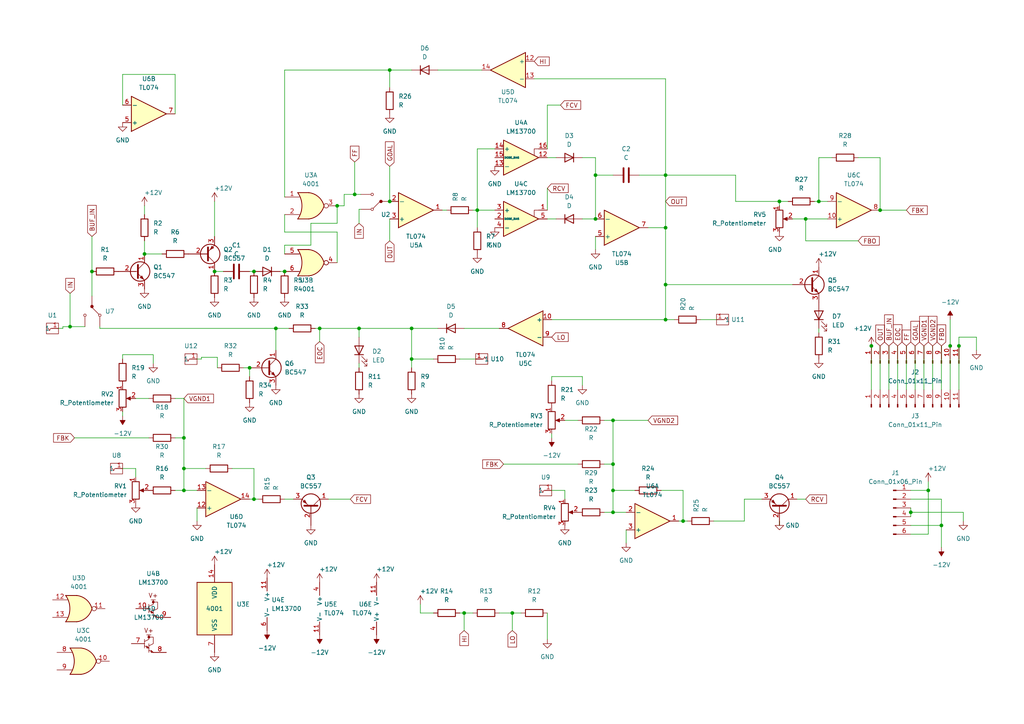
<source format=kicad_sch>
(kicad_sch (version 20230121) (generator eeschema)
  (paper "A4")
  (lib_symbols
    (symbol "4xxx:4001" (pin_names (offset 1.016))
      (property "Reference" "U" (at 0 1.27 0))
      (property "Value" "4001" (at 0 -1.27 0))
      (symbol "4001_1_1"
        (pin input line (at -7.62 2.54 0) (length 4.318) (name "~") (number "1"))
        (pin input line (at -7.62 -2.54 0) (length 4.318) (name "~") (number "2"))
        (pin output inverted (at 7.62 0 180) (length 3.81) (name "~") (number "3"))
      )
      (symbol "4001_1_2"
        (pin input inverted (at -7.62 2.54 0) (length 3.81) (name "~") (number "1"))
        (pin input inverted (at -7.62 -2.54 0) (length 3.81) (name "~") (number "2"))
        (pin output line (at 7.62 0 180) (length 3.81) (name "~") (number "3"))
      )
      (symbol "4001_2_1"
        (pin output inverted (at 7.62 0 180) (length 3.81) (name "~") (number "4"))
        (pin input line (at -7.62 2.54 0) (length 4.318) (name "~") (number "5"))
        (pin input line (at -7.62 -2.54 0) (length 4.318) (name "~") (number "6"))
      )
      (symbol "4001_2_2"
        (pin output line (at 7.62 0 180) (length 3.81) (name "~") (number "4"))
        (pin input inverted (at -7.62 2.54 0) (length 3.81) (name "~") (number "5"))
        (pin input inverted (at -7.62 -2.54 0) (length 3.81) (name "~") (number "6"))
      )
      (symbol "4001_3_1"
        (pin output inverted (at 7.62 0 180) (length 3.81) (name "~") (number "10"))
        (pin input line (at -7.62 2.54 0) (length 4.318) (name "~") (number "8"))
        (pin input line (at -7.62 -2.54 0) (length 4.318) (name "~") (number "9"))
      )
      (symbol "4001_3_2"
        (pin output line (at 7.62 0 180) (length 3.81) (name "~") (number "10"))
        (pin input inverted (at -7.62 2.54 0) (length 3.81) (name "~") (number "8"))
        (pin input inverted (at -7.62 -2.54 0) (length 3.81) (name "~") (number "9"))
      )
      (symbol "4001_4_1"
        (pin output inverted (at 7.62 0 180) (length 3.81) (name "~") (number "11"))
        (pin input line (at -7.62 2.54 0) (length 4.318) (name "~") (number "12"))
        (pin input line (at -7.62 -2.54 0) (length 4.318) (name "~") (number "13"))
      )
      (symbol "4001_4_2"
        (pin output line (at 7.62 0 180) (length 3.81) (name "~") (number "11"))
        (pin input inverted (at -7.62 2.54 0) (length 3.81) (name "~") (number "12"))
        (pin input inverted (at -7.62 -2.54 0) (length 3.81) (name "~") (number "13"))
      )
      (symbol "4001_5_0"
        (pin power_in line (at 0 12.7 270) (length 5.08) (name "VDD") (number "14"))
        (pin power_in line (at 0 -12.7 90) (length 5.08) (name "VSS") (number "7"))
      )
    )
    (symbol "Amplifier_Operational:LM13700" (pin_names (offset 0.127))
      (property "Reference" "U" (at 3.81 5.08 0))
      (property "Value" "LM13700" (at 5.08 -5.08 0))
      (symbol "LM13700_1_1"
        (pin output line (at 7.62 0 180) (length 2.54) (name "~") (number "12"))
        (pin input line (at -7.62 2.54 0) (length 2.54) (name "-") (number "13"))
        (pin input line (at -7.62 -2.54 0) (length 2.54) (name "+") (number "14"))
        (pin input line (at -7.62 0 0) (length 2.54) (name "DIODE_BIAS") (number "15"))
        (pin input line (at 7.62 -2.54 180) (length 2.54) (name "~") (number "16"))
      )
      (symbol "LM13700_2_1"
        (text "V+" (at -2.54 3.81 0) (effects (font (size 1.27 1.27))))
        (pin input line (at -7.62 0 0) (length 3.81) (name "~") (number "10"))
        (pin output line (at 2.54 -2.54 180) (length 3.81) (name "~") (number "9"))
      )
      (symbol "LM13700_3_1"
        (pin input line (at 7.62 -2.54 180) (length 2.54) (name "~") (number "1"))
        (pin input line (at -7.62 0 0) (length 2.54) (name "DIODE_BIAS") (number "2"))
        (pin input line (at -7.62 -2.54 0) (length 2.54) (name "+") (number "3"))
        (pin input line (at -7.62 2.54 0) (length 2.54) (name "-") (number "4"))
        (pin output line (at 7.62 0 180) (length 2.54) (name "~") (number "5"))
      )
      (symbol "LM13700_4_0"
        (text "V+" (at -2.54 3.81 0) (effects (font (size 1.27 1.27))))
      )
      (symbol "LM13700_4_1"
        (pin input line (at -7.62 0 0) (length 3.81) (name "~") (number "7"))
        (pin output line (at 2.54 -2.54 180) (length 3.81) (name "~") (number "8"))
      )
      (symbol "LM13700_5_1"
        (pin power_in line (at -2.54 7.62 270) (length 3.81) (name "V+") (number "11"))
        (pin power_in line (at -2.54 -7.62 90) (length 3.81) (name "V-") (number "6"))
      )
    )
    (symbol "Amplifier_Operational:TL074" (pin_names (offset 0.127))
      (property "Reference" "U" (at 0 5.08 0))
      (property "Value" "TL074" (at 0 -5.08 0))
      (symbol "TL074_1_1"
        (pin output line (at 7.62 0 180) (length 2.54) (name "~") (number "1"))
        (pin input line (at -7.62 -2.54 0) (length 2.54) (name "-") (number "2"))
        (pin input line (at -7.62 2.54 0) (length 2.54) (name "+") (number "3"))
      )
      (symbol "TL074_2_1"
        (pin input line (at -7.62 2.54 0) (length 2.54) (name "+") (number "5"))
        (pin input line (at -7.62 -2.54 0) (length 2.54) (name "-") (number "6"))
        (pin output line (at 7.62 0 180) (length 2.54) (name "~") (number "7"))
      )
      (symbol "TL074_3_1"
        (pin input line (at -7.62 2.54 0) (length 2.54) (name "+") (number "10"))
        (pin output line (at 7.62 0 180) (length 2.54) (name "~") (number "8"))
        (pin input line (at -7.62 -2.54 0) (length 2.54) (name "-") (number "9"))
      )
      (symbol "TL074_4_1"
        (pin input line (at -7.62 2.54 0) (length 2.54) (name "+") (number "12"))
        (pin input line (at -7.62 -2.54 0) (length 2.54) (name "-") (number "13"))
        (pin output line (at 7.62 0 180) (length 2.54) (name "~") (number "14"))
      )
      (symbol "TL074_5_1"
        (pin power_in line (at -2.54 -7.62 90) (length 3.81) (name "V-") (number "11"))
        (pin power_in line (at -2.54 7.62 270) (length 3.81) (name "V+") (number "4"))
      )
    )
    (symbol "Connector:Conn_01x06_Pin" (pin_names (offset 1.016) hide)
      (property "Reference" "J" (at 0 7.62 0))
      (property "Value" "Conn_01x06_Pin" (at 0 -10.16 0))
      (symbol "Conn_01x06_Pin_1_1"
        (pin passive line (at 5.08 5.08 180) (length 3.81) (name "Pin_1") (number "1"))
        (pin passive line (at 5.08 2.54 180) (length 3.81) (name "Pin_2") (number "2"))
        (pin passive line (at 5.08 0 180) (length 3.81) (name "Pin_3") (number "3"))
        (pin passive line (at 5.08 -2.54 180) (length 3.81) (name "Pin_4") (number "4"))
        (pin passive line (at 5.08 -5.08 180) (length 3.81) (name "Pin_5") (number "5"))
        (pin passive line (at 5.08 -7.62 180) (length 3.81) (name "Pin_6") (number "6"))
      )
    )
    (symbol "Connector:Conn_01x11_Pin" (pin_names (offset 1.016) hide)
      (property "Reference" "J" (at 0 15.24 0))
      (property "Value" "Conn_01x11_Pin" (at 0 -15.24 0))
      (symbol "Conn_01x11_Pin_1_1"
        (pin passive line (at 5.08 12.7 180) (length 3.81) (name "Pin_1") (number "1"))
        (pin passive line (at 5.08 -10.16 180) (length 3.81) (name "Pin_10") (number "10"))
        (pin passive line (at 5.08 -12.7 180) (length 3.81) (name "Pin_11") (number "11"))
        (pin passive line (at 5.08 10.16 180) (length 3.81) (name "Pin_2") (number "2"))
        (pin passive line (at 5.08 7.62 180) (length 3.81) (name "Pin_3") (number "3"))
        (pin passive line (at 5.08 5.08 180) (length 3.81) (name "Pin_4") (number "4"))
        (pin passive line (at 5.08 2.54 180) (length 3.81) (name "Pin_5") (number "5"))
        (pin passive line (at 5.08 0 180) (length 3.81) (name "Pin_6") (number "6"))
        (pin passive line (at 5.08 -2.54 180) (length 3.81) (name "Pin_7") (number "7"))
        (pin passive line (at 5.08 -5.08 180) (length 3.81) (name "Pin_8") (number "8"))
        (pin passive line (at 5.08 -7.62 180) (length 3.81) (name "Pin_9") (number "9"))
      )
    )
    (symbol "Device:C" (pin_numbers hide) (pin_names (offset 0.254))
      (property "Reference" "C" (at 0.635 2.54 0))
      (property "Value" "C" (at 0.635 -2.54 0))
      (symbol "C_1_1"
        (pin passive line (at 0 3.81 270) (length 2.794) (name "~") (number "1"))
        (pin passive line (at 0 -3.81 90) (length 2.794) (name "~") (number "2"))
      )
    )
    (symbol "Device:D" (pin_numbers hide) (pin_names (offset 1.016) hide)
      (property "Reference" "D" (at 0 2.54 0))
      (property "Value" "D" (at 0 -2.54 0))
      (symbol "D_1_1"
        (pin passive line (at -3.81 0 0) (length 2.54) (name "K") (number "1"))
        (pin passive line (at 3.81 0 180) (length 2.54) (name "A") (number "2"))
      )
    )
    (symbol "Device:LED" (pin_numbers hide) (pin_names (offset 1.016) hide)
      (property "Reference" "D" (at 0 2.54 0))
      (property "Value" "LED" (at 0 -2.54 0))
      (symbol "LED_1_1"
        (pin passive line (at -3.81 0 0) (length 2.54) (name "K") (number "1"))
        (pin passive line (at 3.81 0 180) (length 2.54) (name "A") (number "2"))
      )
    )
    (symbol "Device:R" (pin_numbers hide) (pin_names (offset 0))
      (property "Reference" "R" (at 2.032 0 90))
      (property "Value" "R" (at 0 0 90))
      (symbol "R_1_1"
        (pin passive line (at 0 3.81 270) (length 1.27) (name "~") (number "1"))
        (pin passive line (at 0 -3.81 90) (length 1.27) (name "~") (number "2"))
      )
    )
    (symbol "Device:R_Potentiometer" (pin_names (offset 1.016) hide)
      (property "Reference" "RV" (at -4.445 0 90))
      (property "Value" "R_Potentiometer" (at -2.54 0 90))
      (symbol "R_Potentiometer_1_1"
        (pin passive line (at 0 3.81 270) (length 1.27) (name "1") (number "1"))
        (pin passive line (at 3.81 0 180) (length 1.27) (name "2") (number "2"))
        (pin passive line (at 0 -3.81 90) (length 1.27) (name "3") (number "3"))
      )
    )
    (symbol "HEJ:Aux_flush"
      (property "Reference" "U" (at -0.0508 5.3848 0))
      (symbol "Aux_flush_1_1"
        (pin bidirectional line (at 1.7272 0 180) (length 2) (name "1") (number "1"))
      )
    )
    (symbol "HEJ:Switch"
      (property "Reference" "U" (at 0 4.318 0))
      (property "Value" "Switch" (at 0 -6.096 0))
      (symbol "Switch_1_1"
        (pin input line (at 5.842 2.286 180) (length 2.54) hide (name "1") (number "1"))
        (pin input line (at -3.048 0 0) (length 2.54) hide (name "2") (number "2"))
        (pin input line (at 5.842 -2.032 180) (length 2.54) hide (name "3") (number "3"))
      )
    )
    (symbol "Transistor_BJT:BC547" (pin_names (offset 0) hide)
      (property "Reference" "Q" (at 5.08 1.905 0))
      (property "Value" "BC547" (at 5.08 0 0))
      (symbol "BC547_1_1"
        (pin passive line (at 2.54 5.08 270) (length 2.54) (name "C") (number "1"))
        (pin input line (at -5.08 0 0) (length 5.08) (name "B") (number "2"))
        (pin passive line (at 2.54 -5.08 90) (length 2.54) (name "E") (number "3"))
      )
    )
    (symbol "Transistor_BJT:BC557" (pin_names (offset 0) hide)
      (property "Reference" "Q" (at 5.08 1.905 0))
      (property "Value" "BC557" (at 5.08 0 0))
      (symbol "BC557_1_1"
        (pin passive line (at 2.54 5.08 270) (length 2.54) (name "C") (number "1"))
        (pin input line (at -5.08 0 0) (length 5.715) (name "B") (number "2"))
        (pin passive line (at 2.54 -5.08 90) (length 2.54) (name "E") (number "3"))
      )
    )
    (symbol "power:+12V" (power) (pin_names (offset 0))
      (property "Value" "+12V" (at 0 3.556 0))
      (symbol "+12V_1_1"
        (pin power_in line (at 0 0 90) (length 0) hide (name "+12V") (number "1"))
      )
    )
    (symbol "power:-12V" (power) (pin_names (offset 0))
      (property "Value" "-12V" (at 0 3.81 0))
      (symbol "-12V_0_0"
        (pin power_in line (at 0 0 90) (length 0) hide (name "-12V") (number "1"))
      )
    )
    (symbol "power:GND" (power) (pin_names (offset 0))
      (property "Value" "GND" (at 0 -3.81 0))
      (symbol "GND_1_1"
        (pin power_in line (at 0 0 270) (length 0) hide (name "GND") (number "1"))
      )
    )
  )
  (junction (at 193.04 92.71))
  (junction (at 237.49 58.42))
  (junction (at 138.43 60.96))
  (junction (at 193.04 66.04))
  (junction (at 273.05 152.4))
  (junction (at 148.59 177.8))
  (junction (at 269.24 142.24))
  (junction (at 177.8 121.92))
  (junction (at 26.67 78.74))
  (junction (at 62.23 78.74))
  (junction (at 73.66 144.78))
  (junction (at 119.38 95.25))
  (junction (at 134.62 177.8))
  (junction (at 172.72 50.8))
  (junction (at 80.01 95.25))
  (junction (at 278.13 100.33))
  (junction (at 198.12 151.13))
  (junction (at 233.68 63.5))
  (junction (at 20.32 94.742))
  (junction (at 53.34 142.24))
  (junction (at 226.06 58.42))
  (junction (at 53.34 127))
  (junction (at 41.91 73.66))
  (junction (at 172.72 63.5))
  (junction (at 73.66 78.74))
  (junction (at 177.8 148.59))
  (junction (at 252.73 100.33))
  (junction (at 113.03 20.32))
  (junction (at 113.03 58.42))
  (junction (at 177.8 142.24))
  (junction (at 102.87 56.388))
  (junction (at 53.34 135.89))
  (junction (at 104.14 95.25))
  (junction (at 193.04 50.8))
  (junction (at 255.27 60.96))
  (junction (at 82.55 78.74))
  (junction (at 92.71 95.25))
  (junction (at 264.16 148.59))
  (junction (at 193.04 82.55))
  (junction (at 275.59 100.33))
  (junction (at 72.39 106.68))
  (junction (at 97.79 59.69))
  (junction (at 177.8 134.62))
  (junction (at 119.38 104.14))
  (wire (pts (xy 53.34 142.24) (xy 57.15 142.24)))
  (wire (pts (xy 80.01 95.25) (xy 80.01 101.6)))
  (wire (pts (xy 28.956 95.25) (xy 80.01 95.25)))
  (wire (pts (xy 265.43 100.33) (xy 265.43 113.03)))
  (wire (pts (xy 92.71 99.06) (xy 92.71 95.25)))
  (wire (pts (xy 172.72 63.5) (xy 168.91 63.5)))
  (wire (pts (xy 163.83 144.78) (xy 163.83 142.24)))
  (wire (pts (xy 102.87 56.388) (xy 104.648 56.388)))
  (wire (pts (xy 144.78 177.8) (xy 148.59 177.8)))
  (wire (pts (xy 269.24 142.24) (xy 269.24 154.94)))
  (wire (pts (xy 198.12 151.13) (xy 199.39 151.13)))
  (wire (pts (xy 92.71 95.25) (xy 104.14 95.25)))
  (wire (pts (xy 138.43 60.96) (xy 143.51 60.96)))
  (wire (pts (xy 18.2372 94.742) (xy 20.32 94.742)))
  (wire (pts (xy 35.56 102.87) (xy 35.56 104.14)))
  (wire (pts (xy 255.27 60.96) (xy 262.89 60.96)))
  (wire (pts (xy 148.59 177.8) (xy 151.13 177.8)))
  (wire (pts (xy 185.42 50.8) (xy 193.04 50.8)))
  (wire (pts (xy 138.43 60.96) (xy 138.43 43.18)))
  (wire (pts (xy 264.16 148.59) (xy 264.16 149.86)))
  (wire (pts (xy 191.77 142.24) (xy 198.12 142.24)))
  (wire (pts (xy 198.12 142.24) (xy 198.12 151.13)))
  (wire (pts (xy 134.62 177.8) (xy 137.16 177.8)))
  (wire (pts (xy 44.45 102.87) (xy 35.56 102.87)))
  (wire (pts (xy 129.54 60.96) (xy 128.27 60.96)))
  (wire (pts (xy 72.39 144.78) (xy 73.66 144.78)))
  (wire (pts (xy 57.15 151.13) (xy 57.15 147.32)))
  (wire (pts (xy 160.02 125.73) (xy 160.02 127)))
  (wire (pts (xy 175.26 134.62) (xy 177.8 134.62)))
  (wire (pts (xy 104.14 60.706) (xy 104.648 60.706)))
  (wire (pts (xy 50.8 21.59) (xy 50.8 33.02)))
  (wire (pts (xy 20.32 85.09) (xy 20.32 94.742)))
  (wire (pts (xy 283.21 101.6) (xy 283.21 97.79)))
  (wire (pts (xy 203.2 92.71) (xy 207.8228 92.71)))
  (wire (pts (xy 275.59 100.33) (xy 275.59 113.03)))
  (wire (pts (xy 82.55 20.32) (xy 82.55 57.15)))
  (wire (pts (xy 113.03 20.32) (xy 113.03 25.4)))
  (wire (pts (xy 102.87 46.99) (xy 102.87 56.388)))
  (wire (pts (xy 275.59 92.71) (xy 275.59 100.33)))
  (wire (pts (xy 220.98 144.78) (xy 215.9 144.78)))
  (wire (pts (xy 146.05 134.62) (xy 167.64 134.62)))
  (wire (pts (xy 119.38 95.25) (xy 127 95.25)))
  (wire (pts (xy 177.8 134.62) (xy 177.8 142.24)))
  (wire (pts (xy 273.05 158.75) (xy 273.05 152.4)))
  (wire (pts (xy 172.72 63.5) (xy 172.72 50.8)))
  (wire (pts (xy 134.62 177.8) (xy 134.62 182.88)))
  (wire (pts (xy 177.8 121.92) (xy 175.26 121.92)))
  (wire (pts (xy 193.04 50.8) (xy 193.04 22.86)))
  (wire (pts (xy 168.91 109.22) (xy 160.02 109.22)))
  (wire (pts (xy 270.51 100.33) (xy 270.51 113.03)))
  (wire (pts (xy 264.16 148.59) (xy 279.4 148.59)))
  (wire (pts (xy 177.8 148.59) (xy 181.61 148.59)))
  (wire (pts (xy 39.37 135.89) (xy 35.56 135.89)))
  (wire (pts (xy 97.79 59.69) (xy 97.79 64.77)))
  (wire (pts (xy 104.14 105.41) (xy 104.14 106.68)))
  (wire (pts (xy 193.04 66.04) (xy 193.04 82.55)))
  (wire (pts (xy 81.28 78.74) (xy 82.55 78.74)))
  (wire (pts (xy 113.03 20.32) (xy 82.55 20.32)))
  (wire (pts (xy 113.03 63.5) (xy 113.03 69.85)))
  (wire (pts (xy 101.6 144.78) (xy 95.25 144.78)))
  (wire (pts (xy 91.44 95.25) (xy 92.71 95.25)))
  (wire (pts (xy 113.538 58.42) (xy 113.03 58.42)))
  (wire (pts (xy 283.21 97.79) (xy 278.13 97.79)))
  (wire (pts (xy 237.49 58.42) (xy 237.49 45.72)))
  (wire (pts (xy 138.43 43.18) (xy 143.51 43.18)))
  (wire (pts (xy 193.04 22.86) (xy 154.94 22.86)))
  (wire (pts (xy 158.75 177.8) (xy 158.75 185.42)))
  (wire (pts (xy 233.68 63.5) (xy 240.03 63.5)))
  (wire (pts (xy 160.02 109.22) (xy 160.02 110.49)))
  (wire (pts (xy 193.04 66.04) (xy 187.96 66.04)))
  (wire (pts (xy 73.66 135.89) (xy 73.66 144.78)))
  (wire (pts (xy 90.17 64.77) (xy 90.17 71.12)))
  (wire (pts (xy 255.27 100.33) (xy 255.27 113.03)))
  (wire (pts (xy 233.68 144.78) (xy 231.14 144.78)))
  (wire (pts (xy 193.04 50.8) (xy 193.04 66.04)))
  (wire (pts (xy 104.14 95.25) (xy 119.38 95.25)))
  (wire (pts (xy 158.75 30.48) (xy 158.75 43.18)))
  (wire (pts (xy 104.14 97.79) (xy 104.14 95.25)))
  (wire (pts (xy 50.8 142.24) (xy 53.34 142.24)))
  (wire (pts (xy 237.49 58.42) (xy 240.03 58.42)))
  (wire (pts (xy 260.35 100.33) (xy 260.35 113.03)))
  (wire (pts (xy 236.22 58.42) (xy 237.49 58.42)))
  (wire (pts (xy 269.24 154.94) (xy 264.16 154.94)))
  (wire (pts (xy 172.72 50.8) (xy 172.72 45.72)))
  (wire (pts (xy 39.37 138.43) (xy 39.37 135.89)))
  (wire (pts (xy 72.39 78.74) (xy 73.66 78.74)))
  (wire (pts (xy 233.68 69.85) (xy 233.68 63.5)))
  (wire (pts (xy 113.03 48.26) (xy 113.03 58.42)))
  (wire (pts (xy 172.72 45.72) (xy 168.91 45.72)))
  (wire (pts (xy 97.79 76.2) (xy 97.79 67.31)))
  (wire (pts (xy 119.38 104.14) (xy 119.38 106.68)))
  (wire (pts (xy 26.67 68.58) (xy 26.67 78.74)))
  (wire (pts (xy 163.83 121.92) (xy 167.64 121.92)))
  (wire (pts (xy 53.34 115.57) (xy 50.8 115.57)))
  (wire (pts (xy 119.38 95.25) (xy 119.38 104.14)))
  (wire (pts (xy 97.79 59.69) (xy 99.822 59.69)))
  (wire (pts (xy 53.34 135.89) (xy 53.34 142.24)))
  (wire (pts (xy 99.822 56.388) (xy 102.87 56.388)))
  (wire (pts (xy 53.34 127) (xy 53.34 135.89)))
  (wire (pts (xy 226.06 58.42) (xy 226.06 59.69)))
  (wire (pts (xy 62.23 58.42) (xy 62.23 68.58)))
  (wire (pts (xy 257.81 100.33) (xy 257.81 113.03)))
  (wire (pts (xy 35.56 30.48) (xy 35.56 21.59)))
  (wire (pts (xy 264.16 144.78) (xy 273.05 144.78)))
  (wire (pts (xy 237.49 45.72) (xy 241.3 45.72)))
  (wire (pts (xy 181.61 157.48) (xy 181.61 153.67)))
  (wire (pts (xy 67.31 135.89) (xy 73.66 135.89)))
  (wire (pts (xy 125.73 104.14) (xy 119.38 104.14)))
  (wire (pts (xy 264.16 152.4) (xy 273.05 152.4)))
  (wire (pts (xy 278.13 100.33) (xy 278.13 113.03)))
  (wire (pts (xy 163.83 142.24) (xy 160.02 142.24)))
  (wire (pts (xy 196.85 151.13) (xy 198.12 151.13)))
  (wire (pts (xy 72.39 106.68) (xy 72.39 109.22)))
  (wire (pts (xy 273.05 100.33) (xy 273.05 113.03)))
  (wire (pts (xy 41.91 73.66) (xy 46.99 73.66)))
  (wire (pts (xy 20.32 94.742) (xy 24.638 94.742)))
  (wire (pts (xy 82.55 67.31) (xy 82.55 62.23)))
  (wire (pts (xy 28.956 95.25) (xy 28.956 94.742)))
  (wire (pts (xy 99.822 59.69) (xy 99.822 56.388)))
  (wire (pts (xy 62.23 78.74) (xy 64.77 78.74)))
  (wire (pts (xy 70.6628 106.68) (xy 72.39 106.68)))
  (wire (pts (xy 162.56 30.48) (xy 158.75 30.48)))
  (wire (pts (xy 161.29 63.5) (xy 158.75 63.5)))
  (wire (pts (xy 255.27 45.72) (xy 248.92 45.72)))
  (wire (pts (xy 41.91 69.85) (xy 41.91 73.66)))
  (wire (pts (xy 97.79 67.31) (xy 82.55 67.31)))
  (wire (pts (xy 104.14 64.77) (xy 104.14 60.706)))
  (wire (pts (xy 16.9672 95.25) (xy 18.2372 95.25)))
  (wire (pts (xy 175.26 148.59) (xy 177.8 148.59)))
  (wire (pts (xy 267.97 100.33) (xy 267.97 113.03)))
  (wire (pts (xy 264.16 142.24) (xy 269.24 142.24)))
  (wire (pts (xy 229.87 63.5) (xy 233.68 63.5)))
  (wire (pts (xy 279.4 148.59) (xy 279.4 151.13)))
  (wire (pts (xy 177.8 142.24) (xy 184.15 142.24)))
  (wire (pts (xy 252.73 100.33) (xy 252.73 113.03)))
  (wire (pts (xy 213.36 58.42) (xy 226.06 58.42)))
  (wire (pts (xy 58.42 103.632) (xy 63.0428 103.632)))
  (wire (pts (xy 138.43 66.04) (xy 138.43 60.96)))
  (wire (pts (xy 269.24 139.7) (xy 269.24 142.24)))
  (wire (pts (xy 193.04 82.55) (xy 229.87 82.55)))
  (wire (pts (xy 119.38 20.32) (xy 113.03 20.32)))
  (wire (pts (xy 215.9 144.78) (xy 215.9 151.13)))
  (wire (pts (xy 144.78 95.25) (xy 134.62 95.25)))
  (wire (pts (xy 158.75 54.61) (xy 158.75 60.96)))
  (wire (pts (xy 139.7 20.32) (xy 127 20.32)))
  (wire (pts (xy 161.29 45.72) (xy 158.75 45.72)))
  (wire (pts (xy 195.58 92.71) (xy 193.04 92.71)))
  (wire (pts (xy 177.8 121.92) (xy 187.96 121.92)))
  (wire (pts (xy 90.17 71.12) (xy 82.55 71.12)))
  (wire (pts (xy 177.8 121.92) (xy 177.8 134.62)))
  (wire (pts (xy 168.91 111.76) (xy 168.91 109.22)))
  (wire (pts (xy 63.0428 106.68) (xy 63.0428 103.632)))
  (wire (pts (xy 35.56 21.59) (xy 50.8 21.59)))
  (wire (pts (xy 160.02 92.71) (xy 193.04 92.71)))
  (wire (pts (xy 26.67 78.74) (xy 26.67 85.852)))
  (wire (pts (xy 57.15 104.14) (xy 58.42 104.14)))
  (wire (pts (xy 228.6 58.42) (xy 226.06 58.42)))
  (wire (pts (xy 177.8 142.24) (xy 177.8 148.59)))
  (wire (pts (xy 121.92 175.26) (xy 121.92 177.8)))
  (wire (pts (xy 35.56 119.38) (xy 35.56 120.65)))
  (wire (pts (xy 41.91 59.69) (xy 41.91 62.23)))
  (wire (pts (xy 44.45 105.41) (xy 44.45 102.87)))
  (wire (pts (xy 213.36 50.8) (xy 193.04 50.8)))
  (wire (pts (xy 80.01 95.25) (xy 83.82 95.25)))
  (wire (pts (xy 82.55 144.78) (xy 85.09 144.78)))
  (wire (pts (xy 73.66 144.78) (xy 74.93 144.78)))
  (wire (pts (xy 18.2372 95.25) (xy 18.2372 94.742)))
  (wire (pts (xy 53.34 115.57) (xy 53.34 127)))
  (wire (pts (xy 273.05 144.78) (xy 273.05 152.4)))
  (wire (pts (xy 53.34 135.89) (xy 59.69 135.89)))
  (wire (pts (xy 262.89 100.33) (xy 262.89 113.03)))
  (wire (pts (xy 193.04 82.55) (xy 193.04 92.71)))
  (wire (pts (xy 237.49 95.25) (xy 237.49 96.52)))
  (wire (pts (xy 255.27 60.96) (xy 255.27 45.72)))
  (wire (pts (xy 133.35 177.8) (xy 134.62 177.8)))
  (wire (pts (xy 248.92 69.85) (xy 233.68 69.85)))
  (wire (pts (xy 121.92 177.8) (xy 125.73 177.8)))
  (wire (pts (xy 138.43 60.96) (xy 137.16 60.96)))
  (wire (pts (xy 82.55 71.12) (xy 82.55 73.66)))
  (wire (pts (xy 50.8 127) (xy 53.34 127)))
  (wire (pts (xy 213.36 58.42) (xy 213.36 50.8)))
  (wire (pts (xy 226.06 151.13) (xy 226.06 152.4)))
  (wire (pts (xy 172.72 68.58) (xy 172.72 72.39)))
  (wire (pts (xy 148.59 177.8) (xy 148.59 182.88)))
  (wire (pts (xy 172.72 50.8) (xy 177.8 50.8)))
  (wire (pts (xy 97.79 64.77) (xy 90.17 64.77)))
  (wire (pts (xy 58.42 104.14) (xy 58.42 103.632)))
  (wire (pts (xy 264.16 147.32) (xy 264.16 148.59)))
  (wire (pts (xy 278.13 97.79) (xy 278.13 100.33)))
  (wire (pts (xy 21.59 127) (xy 43.18 127)))
  (wire (pts (xy 39.37 115.57) (xy 43.18 115.57)))
  (wire (pts (xy 215.9 151.13) (xy 207.01 151.13)))
  (wire (pts (xy 133.35 104.14) (xy 137.9728 104.14)))
  (global_label "GOAL" (shape input) (at 113.03 48.26 90) (property "Intersheetrefs" "${INTERSHEET_REFS}" (effects hide)))
  (global_label "FBK" (shape input) (at 146.05 134.62 180) (property "Intersheetrefs" "${INTERSHEET_REFS}" (effects hide)))
  (global_label "FBO" (shape input) (at 273.05 100.33 90) (property "Intersheetrefs" "${INTERSHEET_REFS}" (effects hide)))
  (global_label "OUT" (shape input) (at 255.27 100.33 90) (property "Intersheetrefs" "${INTERSHEET_REFS}" (effects hide)))
  (global_label "HI" (shape input) (at 154.94 17.78 0) (property "Intersheetrefs" "${INTERSHEET_REFS}" (effects hide)))
  (global_label "LO" (shape input) (at 160.02 97.79 0) (property "Intersheetrefs" "${INTERSHEET_REFS}" (effects hide)))
  (global_label "BUF_IN" (shape input) (at 26.67 68.58 90) (property "Intersheetrefs" "${INTERSHEET_REFS}" (effects hide)))
  (global_label "FBK" (shape input) (at 262.89 60.96 0) (property "Intersheetrefs" "${INTERSHEET_REFS}" (effects hide)))
  (global_label "GOAL" (shape input) (at 265.43 100.33 90) (property "Intersheetrefs" "${INTERSHEET_REFS}" (effects hide)))
  (global_label "FCV" (shape input) (at 101.6 144.78 0) (property "Intersheetrefs" "${INTERSHEET_REFS}" (effects hide)))
  (global_label "HI" (shape input) (at 134.62 182.88 270) (property "Intersheetrefs" "${INTERSHEET_REFS}" (effects hide)))
  (global_label "FF" (shape input) (at 262.89 100.33 90) (property "Intersheetrefs" "${INTERSHEET_REFS}" (effects hide)))
  (global_label "BUF_IN" (shape input) (at 257.81 100.33 90) (property "Intersheetrefs" "${INTERSHEET_REFS}" (effects hide)))
  (global_label "VGND2" (shape input) (at 270.51 100.33 90) (property "Intersheetrefs" "${INTERSHEET_REFS}" (effects hide)))
  (global_label "FBK" (shape input) (at 21.59 127 180) (property "Intersheetrefs" "${INTERSHEET_REFS}" (effects hide)))
  (global_label "IN" (shape input) (at 104.14 64.77 270) (property "Intersheetrefs" "${INTERSHEET_REFS}" (effects hide)))
  (global_label "RCV" (shape input) (at 158.75 54.61 0) (property "Intersheetrefs" "${INTERSHEET_REFS}" (effects hide)))
  (global_label "OUT" (shape input) (at 113.03 69.85 270) (property "Intersheetrefs" "${INTERSHEET_REFS}" (effects hide)))
  (global_label "OUT" (shape input) (at 193.04 58.42 0) (property "Intersheetrefs" "${INTERSHEET_REFS}" (effects hide)))
  (global_label "EOC" (shape input) (at 260.35 100.33 90) (property "Intersheetrefs" "${INTERSHEET_REFS}" (effects hide)))
  (global_label "FBO" (shape input) (at 248.92 69.85 0) (property "Intersheetrefs" "${INTERSHEET_REFS}" (effects hide)))
  (global_label "IN" (shape input) (at 20.32 85.09 90) (property "Intersheetrefs" "${INTERSHEET_REFS}" (effects hide)))
  (global_label "FCV" (shape input) (at 162.56 30.48 0) (property "Intersheetrefs" "${INTERSHEET_REFS}" (effects hide)))
  (global_label "VGND2" (shape input) (at 187.96 121.92 0) (property "Intersheetrefs" "${INTERSHEET_REFS}" (effects hide)))
  (global_label "VGND1" (shape input) (at 53.34 115.57 0) (property "Intersheetrefs" "${INTERSHEET_REFS}" (effects hide)))
  (global_label "RCV" (shape input) (at 233.68 144.78 0) (property "Intersheetrefs" "${INTERSHEET_REFS}" (effects hide)))
  (global_label "EOC" (shape input) (at 92.71 99.06 270) (property "Intersheetrefs" "${INTERSHEET_REFS}" (effects hide)))
  (global_label "FF" (shape input) (at 102.87 46.99 90) (property "Intersheetrefs" "${INTERSHEET_REFS}" (effects hide)))
  (global_label "VGND1" (shape input) (at 267.97 100.33 90) (property "Intersheetrefs" "${INTERSHEET_REFS}" (effects hide)))
  (global_label "LO" (shape input) (at 148.59 182.88 270) (property "Intersheetrefs" "${INTERSHEET_REFS}" (effects hide)))
  (symbol (lib_id "power:-12V") (at 109.22 184.15 180) (unit 1)
    (property "Reference" "#PWR039" (effects hide))
    (property "Value" "-12V" (at 109.22 189.23 0))
  )
  (symbol (lib_id "Device:R") (at 133.35 60.96 90) (unit 1)
    (property "Reference" "R8" (at 132.0799 58.42 0) (effects (justify left)))
    (property "Value" "R" (at 134.6199 58.42 0) (effects (justify left)))
    (property "Footprint" "Resistor_THT:R_Axial_DIN0204_L3.6mm_D1.6mm_P7.62mm_Horizontal" (effects hide))
  )
  (symbol (lib_id "HEJ:Aux_flush") (at 15.24 95.25 0) (unit 1)
    (property "Reference" "U1" (at 15.2146 91.44 0))
    (property "Value" "Aux_flush" (effects hide))
    (property "Footprint" "Library:aux_flush" (effects hide))
  )
  (symbol (lib_id "Amplifier_Operational:TL074") (at 64.77 144.78 0) (mirror x) (unit 4)
    (property "Reference" "U6" (at 68.58 149.86 0))
    (property "Value" "TL074" (at 68.58 152.4 0))
    (property "Footprint" "Package_DIP:DIP-14_W7.62mm_Socket" (effects hide))
    (property "Datasheet" "http://www.ti.com/lit/ds/symlink/tl071.pdf" (effects hide))
  )
  (symbol (lib_id "power:-12V") (at 273.05 158.75 180) (unit 1)
    (property "Reference" "#PWR030" (effects hide))
    (property "Value" "-12V" (at 273.05 163.83 0))
  )
  (symbol (lib_id "Device:R") (at 63.5 135.89 90) (unit 1)
    (property "Reference" "R17" (at 63.5 129.54 90))
    (property "Value" "R" (at 63.5 132.08 90))
    (property "Footprint" "Resistor_THT:R_Axial_DIN0204_L3.6mm_D1.6mm_P7.62mm_Horizontal" (effects hide))
  )
  (symbol (lib_id "Device:R") (at 30.48 78.74 270) (unit 1)
    (property "Reference" "R1" (at 30.48 72.39 90))
    (property "Value" "R" (at 30.48 74.93 90))
    (property "Footprint" "Resistor_THT:R_Axial_DIN0204_L3.6mm_D1.6mm_P7.62mm_Horizontal" (effects hide))
  )
  (symbol (lib_id "Device:R") (at 237.49 100.33 0) (unit 1)
    (property "Reference" "R31" (at 240.03 99.0599 0) (effects (justify left)))
    (property "Value" "R" (at 240.03 101.5999 0) (effects (justify left)))
    (property "Footprint" "Resistor_THT:R_Axial_DIN0204_L3.6mm_D1.6mm_P7.62mm_Horizontal" (effects hide))
  )
  (symbol (lib_id "Transistor_BJT:BC547") (at 39.37 78.74 0) (unit 1)
    (property "Reference" "Q1" (at 44.45 77.4699 0) (effects (justify left)))
    (property "Value" "BC547" (at 44.45 80.0099 0) (effects (justify left)))
    (property "Footprint" "Package_TO_SOT_THT:TO-92_Inline_Wide" (effects hide))
    (property "Datasheet" "https://www.onsemi.com/pub/Collateral/BC550-D.pdf" (effects hide))
  )
  (symbol (lib_id "Transistor_BJT:BC547") (at 77.47 106.68 0) (unit 1)
    (property "Reference" "Q6" (at 82.55 105.4099 0) (effects (justify left)))
    (property "Value" "BC547" (at 82.55 107.9499 0) (effects (justify left)))
    (property "Footprint" "Package_TO_SOT_THT:TO-92_Inline_Wide" (effects hide))
    (property "Datasheet" "https://www.onsemi.com/pub/Collateral/BC550-D.pdf" (effects hide))
  )
  (symbol (lib_id "Device:R") (at 50.8 73.66 90) (unit 1)
    (property "Reference" "R6" (at 50.8 67.31 90))
    (property "Value" "R" (at 50.8 69.85 90))
    (property "Footprint" "Resistor_THT:R_Axial_DIN0204_L3.6mm_D1.6mm_P7.62mm_Horizontal" (effects hide))
  )
  (symbol (lib_id "Device:R") (at 66.8528 106.68 270) (unit 1)
    (property "Reference" "R32" (at 66.8528 100.33 90))
    (property "Value" "R" (at 66.8528 102.87 90))
    (property "Footprint" "Resistor_THT:R_Axial_DIN0204_L3.6mm_D1.6mm_P7.62mm_Horizontal" (effects hide))
  )
  (symbol (lib_id "Transistor_BJT:BC557") (at 59.69 73.66 0) (mirror x) (unit 1)
    (property "Reference" "Q2" (at 64.77 72.3899 0) (effects (justify left)))
    (property "Value" "BC557" (at 64.77 74.9299 0) (effects (justify left)))
    (property "Footprint" "Package_TO_SOT_THT:TO-92_Inline_Wide" (effects hide))
    (property "Datasheet" "https://www.onsemi.com/pub/Collateral/BC556BTA-D.pdf" (effects hide))
  )
  (symbol (lib_id "Device:R") (at 232.41 58.42 90) (unit 1)
    (property "Reference" "R27" (at 232.41 52.07 90))
    (property "Value" "R" (at 232.41 54.61 90))
    (property "Footprint" "Resistor_THT:R_Axial_DIN0204_L3.6mm_D1.6mm_P7.62mm_Horizontal" (effects hide))
  )
  (symbol (lib_id "power:GND") (at 168.91 111.76 0) (unit 1)
    (property "Reference" "#PWR022" (effects hide))
    (property "Value" "GND" (at 168.91 116.84 0))
  )
  (symbol (lib_id "Device:R") (at 46.99 115.57 90) (unit 1)
    (property "Reference" "R18" (at 46.99 118.11 90))
    (property "Value" "R" (at 46.99 120.65 90))
    (property "Footprint" "Resistor_THT:R_Axial_DIN0204_L3.6mm_D1.6mm_P7.62mm_Horizontal" (effects hide))
  )
  (symbol (lib_id "Device:R") (at 62.23 82.55 0) (unit 1)
    (property "Reference" "R3" (at 64.77 81.2799 0) (effects (justify left)))
    (property "Value" "R" (at 64.77 83.8199 0) (effects (justify left)))
    (property "Footprint" "Resistor_THT:R_Axial_DIN0204_L3.6mm_D1.6mm_P7.62mm_Horizontal" (effects hide))
  )
  (symbol (lib_id "power:+12V") (at 41.91 59.69 0) (unit 1)
    (property "Reference" "#PWR01" (effects hide))
    (property "Value" "+12V" (at 44.45 55.88 0))
  )
  (symbol (lib_id "Amplifier_Operational:TL074") (at 180.34 66.04 0) (mirror x) (unit 2)
    (property "Reference" "U5" (at 180.34 76.2 0))
    (property "Value" "TL074" (at 180.34 73.66 0))
    (property "Footprint" "Package_DIP:DIP-14_W7.62mm_Socket" (effects hide))
    (property "Datasheet" "http://www.ti.com/lit/ds/symlink/tl071.pdf" (effects hide))
  )
  (symbol (lib_id "Device:R") (at 87.63 95.25 270) (unit 1)
    (property "Reference" "R33" (at 87.63 88.9 90))
    (property "Value" "R" (at 87.63 91.44 90))
    (property "Footprint" "Resistor_THT:R_Axial_DIN0204_L3.6mm_D1.6mm_P7.62mm_Horizontal" (effects hide))
  )
  (symbol (lib_id "Device:C") (at 181.61 50.8 90) (unit 1)
    (property "Reference" "C2" (at 181.61 43.18 90))
    (property "Value" "C" (at 181.61 45.72 90))
    (property "Footprint" "Capacitor_THT:C_Axial_L5.1mm_D3.1mm_P12.50mm_Horizontal" (effects hide))
  )
  (symbol (lib_id "power:GND") (at 82.55 86.36 0) (unit 1)
    (property "Reference" "#PWR06" (effects hide))
    (property "Value" "GND" (at 82.55 91.44 0))
  )
  (symbol (lib_id "HEJ:Aux_flush") (at 55.4228 104.14 0) (unit 1)
    (property "Reference" "U12" (at 55.3974 100.33 0))
    (property "Value" "Aux_flush" (effects hide))
    (property "Footprint" "Library:aux_flush" (effects hide))
  )
  (symbol (lib_id "power:GND") (at 158.75 185.42 0) (unit 1)
    (property "Reference" "#PWR013" (effects hide))
    (property "Value" "GND" (at 158.75 190.5 0))
  )
  (symbol (lib_id "HEJ:Aux_flush") (at 139.7 104.14 180) (unit 1)
    (property "Reference" "U10" (at 142.24 104.1146 0) (effects (justify right)))
    (property "Value" "Aux_flush" (effects hide))
    (property "Footprint" "Library:aux_flush" (effects hide))
  )
  (symbol (lib_id "4xxx:4001") (at 22.86 176.53 0) (unit 4)
    (property "Reference" "U3" (at 22.86 167.64 0))
    (property "Value" "4001" (at 22.86 170.18 0))
    (property "Footprint" "Package_DIP:DIP-14_W7.62mm_Socket" (effects hide))
    (property "Datasheet" "http://www.intersil.com/content/dam/Intersil/documents/cd40/cd4000bms-01bms-02bms-25bms.pdf" (effects hide))
  )
  (symbol (lib_id "power:GND") (at 80.01 111.76 0) (unit 1)
    (property "Reference" "#PWR035" (effects hide))
    (property "Value" "GND" (at 80.01 116.84 0))
  )
  (symbol (lib_id "power:GND") (at 172.72 72.39 0) (unit 1)
    (property "Reference" "#PWR010" (effects hide))
    (property "Value" "GND" (at 172.72 77.47 0))
  )
  (symbol (lib_id "power:GND") (at 44.45 105.41 0) (unit 1)
    (property "Reference" "#PWR018" (effects hide))
    (property "Value" "GND" (at 44.45 110.49 0))
  )
  (symbol (lib_id "power:-12V") (at 77.47 182.88 180) (unit 1)
    (property "Reference" "#PWR037" (effects hide))
    (property "Value" "-12V" (at 77.47 187.96 0))
  )
  (symbol (lib_id "power:GND") (at 35.56 35.56 0) (unit 1)
    (property "Reference" "#PWR026" (effects hide))
    (property "Value" "GND" (at 35.56 40.64 0))
  )
  (symbol (lib_id "power:GND") (at 138.43 73.66 0) (unit 1)
    (property "Reference" "#PWR07" (effects hide))
    (property "Value" "GND" (at 138.43 78.74 0))
  )
  (symbol (lib_id "Device:LED") (at 104.14 101.6 90) (unit 1)
    (property "Reference" "D2" (at 107.95 101.9175 90) (effects (justify right)))
    (property "Value" "LED" (at 107.95 104.4575 90) (effects (justify right)))
    (property "Footprint" "LED_THT:LED_D3.0mm" (effects hide))
  )
  (symbol (lib_id "Device:R") (at 245.11 45.72 90) (unit 1)
    (property "Reference" "R28" (at 245.11 39.37 90))
    (property "Value" "R" (at 245.11 41.91 90))
    (property "Footprint" "Resistor_THT:R_Axial_DIN0204_L3.6mm_D1.6mm_P7.62mm_Horizontal" (effects hide))
  )
  (symbol (lib_id "Device:R") (at 104.14 110.49 0) (unit 1)
    (property "Reference" "R11" (at 106.68 109.2199 0) (effects (justify left)))
    (property "Value" "R" (at 106.68 111.7599 0) (effects (justify left)))
    (property "Footprint" "Resistor_THT:R_Axial_DIN0204_L3.6mm_D1.6mm_P7.62mm_Horizontal" (effects hide))
  )
  (symbol (lib_id "Device:R") (at 46.99 127 90) (unit 1)
    (property "Reference" "R30" (at 46.99 129.54 90))
    (property "Value" "R" (at 46.99 132.08 90))
    (property "Footprint" "Resistor_THT:R_Axial_DIN0204_L3.6mm_D1.6mm_P7.62mm_Horizontal" (effects hide))
  )
  (symbol (lib_id "Device:D") (at 77.47 78.74 180) (unit 1)
    (property "Reference" "D1" (at 77.47 72.39 0))
    (property "Value" "D" (at 77.47 74.93 0))
    (property "Footprint" "Diode_THT:D_A-405_P5.08mm_Vertical_AnodeUp" (effects hide))
  )
  (symbol (lib_id "power:GND") (at 237.49 104.14 0) (unit 1)
    (property "Reference" "#PWR028" (effects hide))
    (property "Value" "GND" (at 237.49 109.22 0))
  )
  (symbol (lib_id "Amplifier_Operational:TL074") (at 111.76 176.53 0) (mirror x) (unit 5)
    (property "Reference" "U6" (at 107.95 175.26 0) (effects (justify right)))
    (property "Value" "TL074" (at 107.95 177.8 0) (effects (justify right)))
    (property "Footprint" "Package_DIP:DIP-14_W7.62mm_Socket" (effects hide))
    (property "Datasheet" "http://www.ti.com/lit/ds/symlink/tl071.pdf" (effects hide))
  )
  (symbol (lib_id "Device:R") (at 82.55 82.55 0) (unit 1)
    (property "Reference" "R5" (at 85.09 81.2799 0) (effects (justify left)))
    (property "Value" "R" (at 85.09 83.8199 0) (effects (justify left)))
    (property "Footprint" "Resistor_THT:R_Axial_DIN0204_L3.6mm_D1.6mm_P7.62mm_Horizontal" (effects hide))
  )
  (symbol (lib_id "Device:R") (at 171.45 148.59 90) (unit 1)
    (property "Reference" "R23" (at 171.45 142.24 90))
    (property "Value" "R" (at 171.45 144.78 90))
    (property "Footprint" "Resistor_THT:R_Axial_DIN0204_L3.6mm_D1.6mm_P7.62mm_Horizontal" (effects hide))
  )
  (symbol (lib_id "power:+12V") (at 62.23 163.83 0) (unit 1)
    (property "Reference" "#PWR040" (effects hide))
    (property "Value" "+12V" (at 64.77 160.02 0))
  )
  (symbol (lib_id "Device:R_Potentiometer") (at 35.56 115.57 0) (unit 1)
    (property "Reference" "RV2" (at 33.02 114.3 0) (effects (justify right)))
    (property "Value" "R_Potentiometer" (at 33.02 116.84 0) (effects (justify right)))
    (property "Footprint" "Library:AlpsPot" (effects hide))
  )
  (symbol (lib_id "power:+12V") (at 77.47 167.64 0) (unit 1)
    (property "Reference" "#PWR041" (effects hide))
    (property "Value" "+12V" (at 80.01 163.83 0))
  )
  (symbol (lib_id "Amplifier_Operational:TL074") (at 247.65 60.96 0) (mirror x) (unit 3)
    (property "Reference" "U6" (at 247.65 50.8 0))
    (property "Value" "TL074" (at 247.65 53.34 0))
    (property "Footprint" "Package_DIP:DIP-14_W7.62mm_Socket" (effects hide))
    (property "Datasheet" "http://www.ti.com/lit/ds/symlink/tl071.pdf" (effects hide))
  )
  (symbol (lib_id "Device:R") (at 35.56 107.95 180) (unit 1)
    (property "Reference" "R19" (at 38.1 106.68 0) (effects (justify right)))
    (property "Value" "R" (at 38.1 109.22 0) (effects (justify right)))
    (property "Footprint" "Resistor_THT:R_Axial_DIN0204_L3.6mm_D1.6mm_P7.62mm_Horizontal" (effects hide))
  )
  (symbol (lib_id "HEJ:Aux_flush") (at 33.8328 135.89 0) (unit 1)
    (property "Reference" "U8" (at 33.8074 132.08 0))
    (property "Value" "Aux_flush" (effects hide))
    (property "Footprint" "Library:aux_flush" (effects hide))
  )
  (symbol (lib_id "power:-12V") (at 275.59 92.71 0) (unit 1)
    (property "Reference" "#PWR034" (effects hide))
    (property "Value" "-12V" (at 275.59 87.63 0))
  )
  (symbol (lib_id "power:GND") (at 73.66 86.36 0) (unit 1)
    (property "Reference" "#PWR05" (effects hide))
    (property "Value" "GND" (at 73.66 91.44 0))
  )
  (symbol (lib_id "power:-12V") (at 92.71 184.15 180) (unit 1)
    (property "Reference" "#PWR038" (effects hide))
    (property "Value" "-12V" (at 92.71 189.23 0))
  )
  (symbol (lib_id "Device:R") (at 203.2 151.13 90) (unit 1)
    (property "Reference" "R25" (at 201.9299 148.59 0) (effects (justify left)))
    (property "Value" "R" (at 204.4699 148.59 0) (effects (justify left)))
    (property "Footprint" "Resistor_THT:R_Axial_DIN0204_L3.6mm_D1.6mm_P7.62mm_Horizontal" (effects hide))
  )
  (symbol (lib_id "Amplifier_Operational:LM13700") (at 45.72 186.69 0) (unit 4)
    (property "Reference" "U4" (at 43.18 176.53 0))
    (property "Value" "LM13700" (at 43.18 179.07 0))
    (property "Footprint" "Package_DIP:DIP-16_W7.62mm_Socket" (effects hide))
    (property "Datasheet" "http://www.ti.com/lit/ds/symlink/lm13700.pdf" (effects hide))
  )
  (symbol (lib_id "power:+12V") (at 121.92 175.26 0) (unit 1)
    (property "Reference" "#PWR014" (effects hide))
    (property "Value" "+12V" (at 124.46 171.45 0))
  )
  (symbol (lib_id "power:GND") (at 226.06 67.31 0) (unit 1)
    (property "Reference" "#PWR027" (effects hide))
    (property "Value" "GND" (at 224.79 72.39 0))
  )
  (symbol (lib_id "Amplifier_Operational:LM13700") (at 46.99 176.53 0) (unit 2)
    (property "Reference" "U4" (at 44.45 166.37 0))
    (property "Value" "LM13700" (at 44.45 168.91 0))
    (property "Footprint" "Package_DIP:DIP-16_W7.62mm_Socket" (effects hide))
    (property "Datasheet" "http://www.ti.com/lit/ds/symlink/lm13700.pdf" (effects hide))
  )
  (symbol (lib_id "Amplifier_Operational:TL074") (at 147.32 20.32 0) (mirror y) (unit 4)
    (property "Reference" "U5" (at 147.32 26.67 0))
    (property "Value" "TL074" (at 147.32 29.21 0))
    (property "Footprint" "Package_DIP:DIP-14_W7.62mm_Socket" (effects hide))
    (property "Datasheet" "http://www.ti.com/lit/ds/symlink/tl071.pdf" (effects hide))
  )
  (symbol (lib_id "Device:R") (at 160.02 114.3 180) (unit 1)
    (property "Reference" "R21" (at 162.56 113.03 0) (effects (justify right)))
    (property "Value" "R" (at 162.56 115.57 0) (effects (justify right)))
    (property "Footprint" "Resistor_THT:R_Axial_DIN0204_L3.6mm_D1.6mm_P7.62mm_Horizontal" (effects hide))
  )
  (symbol (lib_id "power:GND") (at 279.4 151.13 0) (unit 1)
    (property "Reference" "#PWR031" (effects hide))
    (property "Value" "GND" (at 279.4 156.21 0))
  )
  (symbol (lib_id "Device:R") (at 138.43 69.85 0) (unit 1)
    (property "Reference" "R7" (at 140.97 68.5799 0) (effects (justify left)))
    (property "Value" "R" (at 140.97 71.1199 0) (effects (justify left)))
    (property "Footprint" "Resistor_THT:R_Axial_DIN0204_L3.6mm_D1.6mm_P7.62mm_Horizontal" (effects hide))
  )
  (symbol (lib_id "Device:D") (at 123.19 20.32 0) (unit 1)
    (property "Reference" "D6" (at 123.19 13.97 0))
    (property "Value" "D" (at 123.19 16.51 0))
    (property "Footprint" "Diode_THT:D_A-405_P5.08mm_Vertical_AnodeUp" (effects hide))
  )
  (symbol (lib_id "4xxx:4001") (at 90.17 76.2 0) (unit 2)
    (property "Reference" "U3" (at 88.9 81.28 0))
    (property "Value" "4001" (at 88.9 83.82 0))
    (property "Footprint" "Package_DIP:DIP-14_W7.62mm_Socket" (effects hide))
    (property "Datasheet" "http://www.intersil.com/content/dam/Intersil/documents/cd40/cd4000bms-01bms-02bms-25bms.pdf" (effects hide))
  )
  (symbol (lib_id "Device:D") (at 165.1 45.72 180) (unit 1)
    (property "Reference" "D3" (at 165.1 39.37 0))
    (property "Value" "D" (at 165.1 41.91 0))
    (property "Footprint" "Diode_THT:D_A-405_P5.08mm_Vertical_AnodeUp" (effects hide))
  )
  (symbol (lib_id "4xxx:4001") (at 90.17 59.69 0) (unit 1)
    (property "Reference" "U3" (at 90.17 50.8 0))
    (property "Value" "4001" (at 90.17 53.34 0))
    (property "Footprint" "Package_DIP:DIP-14_W7.62mm_Socket" (effects hide))
    (property "Datasheet" "http://www.intersil.com/content/dam/Intersil/documents/cd40/cd4000bms-01bms-02bms-25bms.pdf" (effects hide))
  )
  (symbol (lib_id "power:GND") (at 283.21 101.6 0) (unit 1)
    (property "Reference" "#PWR033" (effects hide))
    (property "Value" "GND" (at 283.21 106.68 0))
  )
  (symbol (lib_id "Device:R") (at 199.39 92.71 90) (unit 1)
    (property "Reference" "R20" (at 198.1199 90.17 0) (effects (justify left)))
    (property "Value" "R" (at 200.6599 90.17 0) (effects (justify left)))
    (property "Footprint" "Resistor_THT:R_Axial_DIN0204_L3.6mm_D1.6mm_P7.62mm_Horizontal" (effects hide))
  )
  (symbol (lib_id "Device:D") (at 130.81 95.25 0) (unit 1)
    (property "Reference" "D5" (at 130.81 88.9 0))
    (property "Value" "D" (at 130.81 91.44 0))
    (property "Footprint" "Diode_THT:D_A-405_P5.08mm_Vertical_AnodeUp" (effects hide))
  )
  (symbol (lib_id "power:+12V") (at 237.49 77.47 0) (unit 1)
    (property "Reference" "#PWR029" (effects hide))
    (property "Value" "+12V" (at 240.03 73.66 0))
  )
  (symbol (lib_id "Amplifier_Operational:LM13700") (at 151.13 63.5 0) (mirror x) (unit 3)
    (property "Reference" "U4" (at 151.13 53.34 0))
    (property "Value" "LM13700" (at 151.13 55.88 0))
    (property "Footprint" "Package_DIP:DIP-16_W7.62mm_Socket" (effects hide))
    (property "Datasheet" "http://www.ti.com/lit/ds/symlink/lm13700.pdf" (effects hide))
  )
  (symbol (lib_id "Amplifier_Operational:LM13700") (at 151.13 45.72 0) (mirror x) (unit 1)
    (property "Reference" "U4" (at 151.13 35.56 0))
    (property "Value" "LM13700" (at 151.13 38.1 0))
    (property "Footprint" "Package_DIP:DIP-16_W7.62mm_Socket" (effects hide))
    (property "Datasheet" "http://www.ti.com/lit/ds/symlink/lm13700.pdf" (effects hide))
  )
  (symbol (lib_id "Device:D") (at 165.1 63.5 0) (unit 1)
    (property "Reference" "D4" (at 165.1 57.15 0))
    (property "Value" "D" (at 165.1 59.69 0))
    (property "Footprint" "Diode_THT:D_A-405_P5.08mm_Vertical_AnodeUp" (effects hide))
  )
  (symbol (lib_id "power:+12V") (at 269.24 139.7 0) (unit 1)
    (property "Reference" "#PWR032" (effects hide))
    (property "Value" "+12V" (at 271.78 135.89 0))
  )
  (symbol (lib_id "Device:R") (at 72.39 113.03 0) (unit 1)
    (property "Reference" "R34" (at 74.93 111.76 0) (effects (justify left)))
    (property "Value" "R" (at 74.93 114.3 0) (effects (justify left)))
    (property "Footprint" "Resistor_THT:R_Axial_DIN0204_L3.6mm_D1.6mm_P7.62mm_Horizontal" (effects hide))
  )
  (symbol (lib_id "Amplifier_Operational:TL074") (at 189.23 151.13 0) (mirror x) (unit 1)
    (property "Reference" "U6" (at 189.23 140.97 0))
    (property "Value" "TL074" (at 189.23 143.51 0))
    (property "Footprint" "Package_DIP:DIP-14_W7.62mm_Socket" (effects hide))
    (property "Datasheet" "http://www.ti.com/lit/ds/symlink/tl071.pdf" (effects hide))
  )
  (symbol (lib_id "Amplifier_Operational:TL074") (at 152.4 95.25 0) (mirror y) (unit 3)
    (property "Reference" "U5" (at 152.4 105.41 0))
    (property "Value" "TL074" (at 152.4 102.87 0))
    (property "Footprint" "Package_DIP:DIP-14_W7.62mm_Socket" (effects hide))
    (property "Datasheet" "http://www.ti.com/lit/ds/symlink/tl071.pdf" (effects hide))
  )
  (symbol (lib_id "Device:R_Potentiometer") (at 160.02 121.92 0) (unit 1)
    (property "Reference" "RV3" (at 157.48 120.65 0) (effects (justify right)))
    (property "Value" "R_Potentiometer" (at 157.48 123.19 0) (effects (justify right)))
    (property "Footprint" "Library:AlpsPot" (effects hide))
  )
  (symbol (lib_id "Amplifier_Operational:TL074") (at 95.25 176.53 0) (unit 5)
    (property "Reference" "U5" (at 93.98 175.26 0) (effects (justify left)))
    (property "Value" "TL074" (at 93.98 177.8 0) (effects (justify left)))
    (property "Footprint" "Package_DIP:DIP-14_W7.62mm_Socket" (effects hide))
    (property "Datasheet" "http://www.ti.com/lit/ds/symlink/tl071.pdf" (effects hide))
  )
  (symbol (lib_id "power:GND") (at 119.38 114.3 0) (unit 1)
    (property "Reference" "#PWR011" (effects hide))
    (property "Value" "GND" (at 119.38 119.38 0))
  )
  (symbol (lib_id "Device:R") (at 46.99 142.24 90) (unit 1)
    (property "Reference" "R16" (at 46.99 135.89 90))
    (property "Value" "R" (at 46.99 138.43 90))
    (property "Footprint" "Resistor_THT:R_Axial_DIN0204_L3.6mm_D1.6mm_P7.62mm_Horizontal" (effects hide))
  )
  (symbol (lib_id "power:+12V") (at 92.71 168.91 0) (unit 1)
    (property "Reference" "#PWR042" (effects hide))
    (property "Value" "+12V" (at 95.25 165.1 0))
  )
  (symbol (lib_id "Connector:Conn_01x11_Pin") (at 265.43 105.41 90) (unit 1)
    (property "Reference" "J2" (at 265.43 107.95 90))
    (property "Value" "Conn_01x11_Pin" (at 265.43 110.49 90))
    (property "Footprint" "Connector_PinSocket_2.54mm:PinSocket_1x11_P2.54mm_Vertical" (effects hide))
  )
  (symbol (lib_id "4xxx:4001") (at 24.13 191.77 0) (unit 3)
    (property "Reference" "U3" (at 24.13 182.88 0))
    (property "Value" "4001" (at 24.13 185.42 0))
    (property "Footprint" "Package_DIP:DIP-14_W7.62mm_Socket" (effects hide))
    (property "Datasheet" "http://www.intersil.com/content/dam/Intersil/documents/cd40/cd4000bms-01bms-02bms-25bms.pdf" (effects hide))
  )
  (symbol (lib_id "power:GND") (at 226.06 151.13 0) (unit 1)
    (property "Reference" "#PWR024" (effects hide))
    (property "Value" "GND" (at 229.87 152.4 0))
  )
  (symbol (lib_id "Device:LED") (at 237.49 91.44 90) (unit 1)
    (property "Reference" "D7" (at 241.3 91.7575 90) (effects (justify right)))
    (property "Value" "LED" (at 241.3 94.2975 90) (effects (justify right)))
    (property "Footprint" "LED_THT:LED_D3.0mm" (effects hide))
  )
  (symbol (lib_id "power:-12V") (at 160.02 127 180) (unit 1)
    (property "Reference" "#PWR020" (effects hide))
    (property "Value" "-12V" (at 160.02 132.08 0))
  )
  (symbol (lib_id "power:GND") (at 62.23 189.23 0) (unit 1)
    (property "Reference" "#PWR044" (effects hide))
    (property "Value" "GND" (at 62.23 194.31 0))
  )
  (symbol (lib_id "Device:R") (at 78.74 144.78 90) (unit 1)
    (property "Reference" "R15" (at 77.4699 142.24 0) (effects (justify left)))
    (property "Value" "R" (at 80.0099 142.24 0) (effects (justify left)))
    (property "Footprint" "Resistor_THT:R_Axial_DIN0204_L3.6mm_D1.6mm_P7.62mm_Horizontal" (effects hide))
  )
  (symbol (lib_id "Device:R") (at 154.94 177.8 90) (unit 1)
    (property "Reference" "R12" (at 154.94 171.45 90))
    (property "Value" "R" (at 154.94 173.99 90))
    (property "Footprint" "Resistor_THT:R_Axial_DIN0204_L3.6mm_D1.6mm_P7.62mm_Horizontal" (effects hide))
  )
  (symbol (lib_id "Connector:Conn_01x11_Pin") (at 265.43 118.11 90) (unit 1)
    (property "Reference" "J3" (at 265.43 120.65 90))
    (property "Value" "Conn_01x11_Pin" (at 265.43 123.19 90))
    (property "Footprint" "Connector_PinSocket_2.54mm:PinSocket_1x11_P2.54mm_Vertical" (effects hide))
  )
  (symbol (lib_id "power:GND") (at 90.17 152.4 0) (unit 1)
    (property "Reference" "#PWR015" (effects hide))
    (property "Value" "GND" (at 90.17 157.48 0))
  )
  (symbol (lib_id "power:GND") (at 143.51 48.26 0) (unit 1)
    (property "Reference" "#PWR09" (effects hide))
    (property "Value" "GND" (at 143.51 53.34 0))
  )
  (symbol (lib_id "power:GND") (at 62.23 86.36 0) (unit 1)
    (property "Reference" "#PWR04" (effects hide))
    (property "Value" "GND" (at 62.23 91.44 0))
  )
  (symbol (lib_id "Device:R_Potentiometer") (at 226.06 63.5 0) (unit 1)
    (property "Reference" "RV5" (at 222.25 62.23 0) (effects (justify right)))
    (property "Value" "R_Potentiometer" (at 222.25 64.77 0) (effects (justify right)))
    (property "Footprint" "Library:AlpsPot" (effects hide))
  )
  (symbol (lib_id "power:GND") (at 72.39 116.84 0) (unit 1)
    (property "Reference" "#PWR036" (effects hide))
    (property "Value" "GND" (at 72.39 121.92 0))
  )
  (symbol (lib_id "Device:R") (at 140.97 177.8 90) (unit 1)
    (property "Reference" "R13" (at 140.97 171.45 90))
    (property "Value" "R" (at 140.97 173.99 90))
    (property "Footprint" "Resistor_THT:R_Axial_DIN0204_L3.6mm_D1.6mm_P7.62mm_Horizontal" (effects hide))
  )
  (symbol (lib_id "Device:R") (at 119.38 110.49 0) (unit 1)
    (property "Reference" "R9" (at 121.92 109.2199 0) (effects (justify left)))
    (property "Value" "R" (at 121.92 111.7599 0) (effects (justify left)))
    (property "Footprint" "Resistor_THT:R_Axial_DIN0204_L3.6mm_D1.6mm_P7.62mm_Horizontal" (effects hide))
  )
  (symbol (lib_id "Device:R") (at 73.66 82.55 0) (unit 1)
    (property "Reference" "R4" (at 76.2 81.2799 0) (effects (justify left)))
    (property "Value" "R" (at 76.2 83.8199 0) (effects (justify left)))
    (property "Footprint" "Resistor_THT:R_Axial_DIN0204_L3.6mm_D1.6mm_P7.62mm_Horizontal" (effects hide))
  )
  (symbol (lib_id "Device:R") (at 113.03 29.21 0) (unit 1)
    (property "Reference" "R26" (at 115.57 27.9399 0) (effects (justify left)))
    (property "Value" "R" (at 115.57 30.4799 0) (effects (justify left)))
    (property "Footprint" "Resistor_THT:R_Axial_DIN0204_L3.6mm_D1.6mm_P7.62mm_Horizontal" (effects hide))
  )
  (symbol (lib_id "Transistor_BJT:BC557") (at 90.17 147.32 270) (mirror x) (unit 1)
    (property "Reference" "Q3" (at 90.17 138.43 90))
    (property "Value" "BC557" (at 90.17 140.97 90))
    (property "Footprint" "Package_TO_SOT_THT:TO-92_Inline_Wide" (effects hide))
    (property "Datasheet" "https://www.onsemi.com/pub/Collateral/BC556BTA-D.pdf" (effects hide))
  )
  (symbol (lib_id "Transistor_BJT:BC557") (at 226.06 147.32 270) (mirror x) (unit 1)
    (property "Reference" "Q4" (at 226.06 138.43 90))
    (property "Value" "BC557" (at 226.06 140.97 90))
    (property "Footprint" "Package_TO_SOT_THT:TO-92_Inline_Wide" (effects hide))
    (property "Datasheet" "https://www.onsemi.com/pub/Collateral/BC556BTA-D.pdf" (effects hide))
  )
  (symbol (lib_id "power:GND") (at 163.83 152.4 0) (unit 1)
    (property "Reference" "#PWR021" (effects hide))
    (property "Value" "GND" (at 163.83 157.48 0))
  )
  (symbol (lib_id "power:+12V") (at 252.73 100.33 0) (unit 1)
    (property "Reference" "#PWR045" (effects hide))
    (property "Value" "+12V" (at 250.19 95.25 0))
  )
  (symbol (lib_id "Device:C") (at 68.58 78.74 90) (unit 1)
    (property "Reference" "C1" (at 68.58 71.12 90))
    (property "Value" "C" (at 68.58 73.66 90))
    (property "Footprint" "Capacitor_THT:C_Axial_L3.8mm_D2.6mm_P7.50mm_Horizontal" (effects hide))
  )
  (symbol (lib_id "power:GND") (at 104.14 114.3 0) (unit 1)
    (property "Reference" "#PWR012" (effects hide))
    (property "Value" "GND" (at 104.14 119.38 0))
  )
  (symbol (lib_id "HEJ:Switch") (at 26.67 88.9 270) (unit 1)
    (property "Reference" "U7" (at 30.48 90.297 90) (effects (justify left)))
    (property "Value" "Switch" (effects hide))
    (property "Footprint" "Library:Switch" (effects hide))
  )
  (symbol (lib_id "Amplifier_Operational:TL074") (at 120.65 60.96 0) (mirror x) (unit 1)
    (property "Reference" "U5" (at 120.65 71.12 0))
    (property "Value" "TL074" (at 120.65 68.58 0))
    (property "Footprint" "Package_DIP:DIP-14_W7.62mm_Socket" (effects hide))
    (property "Datasheet" "http://www.ti.com/lit/ds/symlink/tl071.pdf" (effects hide))
  )
  (symbol (lib_id "power:GND") (at 39.37 146.05 0) (unit 1)
    (property "Reference" "#PWR017" (effects hide))
    (property "Value" "GND" (at 39.37 151.13 0))
  )
  (symbol (lib_id "Amplifier_Operational:LM13700") (at 80.01 175.26 0) (unit 5)
    (property "Reference" "U4" (at 78.74 173.99 0) (effects (justify left)))
    (property "Value" "LM13700" (at 78.74 176.53 0) (effects (justify left)))
    (property "Footprint" "Package_DIP:DIP-16_W7.62mm_Socket" (effects hide))
    (property "Datasheet" "http://www.ti.com/lit/ds/symlink/lm13700.pdf" (effects hide))
  )
  (symbol (lib_id "HEJ:Aux_flush") (at 209.55 92.71 180) (unit 1)
    (property "Reference" "U11" (at 212.09 92.6846 0) (effects (justify right)))
    (property "Value" "Aux_flush" (effects hide))
    (property "Footprint" "Library:aux_flush" (effects hide))
  )
  (symbol (lib_id "HEJ:Aux_flush") (at 158.2928 142.24 0) (unit 1)
    (property "Reference" "U9" (at 158.2674 138.43 0))
    (property "Value" "Aux_flush" (effects hide))
    (property "Footprint" "Library:aux_flush" (effects hide))
  )
  (symbol (lib_id "Device:R") (at 187.96 142.24 90) (unit 1)
    (property "Reference" "R24" (at 187.96 135.89 90))
    (property "Value" "R" (at 187.96 138.43 90))
    (property "Footprint" "Resistor_THT:R_Axial_DIN0204_L3.6mm_D1.6mm_P7.62mm_Horizontal" (effects hide))
  )
  (symbol (lib_id "Device:R") (at 41.91 66.04 0) (unit 1)
    (property "Reference" "R2" (at 44.45 64.7699 0) (effects (justify left)))
    (property "Value" "R" (at 44.45 67.3099 0) (effects (justify left)))
    (property "Footprint" "Resistor_THT:R_Axial_DIN0204_L3.6mm_D1.6mm_P7.62mm_Horizontal" (effects hide))
  )
  (symbol (lib_id "Device:R_Potentiometer") (at 163.83 148.59 0) (unit 1)
    (property "Reference" "RV4" (at 161.29 147.32 0) (effects (justify right)))
    (property "Value" "R_Potentiometer" (at 161.29 149.86 0) (effects (justify right)))
    (property "Footprint" "Library:AlpsPot" (effects hide))
  )
  (symbol (lib_id "power:GND") (at 57.15 151.13 0) (unit 1)
    (property "Reference" "#PWR016" (effects hide))
    (property "Value" "GND" (at 57.15 156.21 0))
  )
  (symbol (lib_id "Device:R_Potentiometer") (at 39.37 142.24 0) (unit 1)
    (property "Reference" "RV1" (at 36.83 140.97 0) (effects (justify right)))
    (property "Value" "R_Potentiometer" (at 36.83 143.51 0) (effects (justify right)))
    (property "Footprint" "Library:AlpsPot" (effects hide))
  )
  (symbol (lib_id "Device:R") (at 129.54 104.14 90) (unit 1)
    (property "Reference" "R10" (at 128.2699 101.6 0) (effects (justify left)))
    (property "Value" "R" (at 130.8099 101.6 0) (effects (justify left)))
    (property "Footprint" "Resistor_THT:R_Axial_DIN0204_L3.6mm_D1.6mm_P7.62mm_Horizontal" (effects hide))
  )
  (symbol (lib_id "power:GND") (at 181.61 157.48 0) (unit 1)
    (property "Reference" "#PWR023" (effects hide))
    (property "Value" "GND" (at 181.61 162.56 0))
  )
  (symbol (lib_id "Device:R") (at 171.45 134.62 90) (unit 1)
    (property "Reference" "R29" (at 171.45 137.16 90))
    (property "Value" "R" (at 171.45 139.7 90))
    (property "Footprint" "Resistor_THT:R_Axial_DIN0204_L3.6mm_D1.6mm_P7.62mm_Horizontal" (effects hide))
  )
  (symbol (lib_id "power:GND") (at 113.03 33.02 0) (unit 1)
    (property "Reference" "#PWR025" (effects hide))
    (property "Value" "GND" (at 113.03 38.1 0))
  )
  (symbol (lib_id "HEJ:Switch") (at 110.49 58.42 180) (unit 1)
    (property "Reference" "U2" (at 110.49 62.23 0) (effects (justify right)))
    (property "Value" "Switch" (effects hide))
    (property "Footprint" "Library:Switch" (effects hide))
  )
  (symbol (lib_id "Connector:Conn_01x06_Pin") (at 259.08 147.32 0) (unit 1)
    (property "Reference" "J1" (at 259.715 137.16 0))
    (property "Value" "Conn_01x06_Pin" (at 259.715 139.7 0))
    (property "Footprint" "Connector_PinHeader_2.54mm:PinHeader_1x06_P2.54mm_Vertical" (effects hide))
  )
  (symbol (lib_id "power:-12V") (at 35.56 120.65 180) (unit 1)
    (property "Reference" "#PWR019" (effects hide))
    (property "Value" "-12V" (at 35.56 125.73 0))
  )
  (symbol (lib_id "Transistor_BJT:BC547") (at 234.95 82.55 0) (unit 1)
    (property "Reference" "Q5" (at 240.03 81.2799 0) (effects (justify left)))
    (property "Value" "BC547" (at 240.03 83.8199 0) (effects (justify left)))
    (property "Footprint" "Package_TO_SOT_THT:TO-92_Inline_Wide" (effects hide))
    (property "Datasheet" "https://www.onsemi.com/pub/Collateral/BC550-D.pdf" (effects hide))
  )
  (symbol (lib_id "4xxx:4001") (at 62.23 176.53 0) (unit 5)
    (property "Reference" "U3" (at 68.58 175.26 0) (effects (justify left)))
    (property "Value" "4001" (at 59.69 176.53 0) (effects (justify left)))
    (property "Footprint" "Package_DIP:DIP-14_W7.62mm_Socket" (effects hide))
    (property "Datasheet" "http://www.intersil.com/content/dam/Intersil/documents/cd40/cd4000bms-01bms-02bms-25bms.pdf" (effects hide))
  )
  (symbol (lib_id "power:GND") (at 41.91 83.82 0) (unit 1)
    (property "Reference" "#PWR02" (effects hide))
    (property "Value" "GND" (at 41.91 88.9 0))
  )
  (symbol (lib_id "Device:R") (at 171.45 121.92 90) (unit 1)
    (property "Reference" "R22" (at 171.45 124.46 90))
    (property "Value" "R" (at 171.45 127 90))
    (property "Footprint" "Resistor_THT:R_Axial_DIN0204_L3.6mm_D1.6mm_P7.62mm_Horizontal" (effects hide))
  )
  (symbol (lib_id "Amplifier_Operational:TL074") (at 43.18 33.02 0) (mirror x) (unit 2)
    (property "Reference" "U6" (at 43.18 22.86 0))
    (property "Value" "TL074" (at 43.18 25.4 0))
    (property "Footprint" "Package_DIP:DIP-14_W7.62mm_Socket" (effects hide))
    (property "Datasheet" "http://www.ti.com/lit/ds/symlink/tl071.pdf" (effects hide))
  )
  (symbol (lib_id "power:+12V") (at 62.23 58.42 0) (unit 1)
    (property "Reference" "#PWR03" (effects hide))
    (property "Value" "+12V" (at 64.77 54.61 0))
  )
  (symbol (lib_id "power:GND") (at 143.51 66.04 0) (unit 1)
    (property "Reference" "#PWR08" (effects hide))
    (property "Value" "GND" (at 143.51 71.12 0))
  )
  (symbol (lib_id "Device:R") (at 129.54 177.8 90) (unit 1)
    (property "Reference" "R14" (at 129.54 171.45 90))
    (property "Value" "R" (at 129.54 173.99 90))
    (property "Footprint" "Resistor_THT:R_Axial_DIN0204_L3.6mm_D1.6mm_P7.62mm_Horizontal" (effects hide))
  )
  (symbol (lib_id "power:+12V") (at 109.22 168.91 0) (unit 1)
    (property "Reference" "#PWR043" (effects hide))
    (property "Value" "+12V" (at 111.76 165.1 0))
  )
)
</source>
